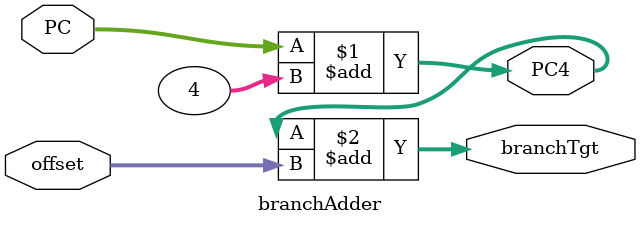
<source format=v>
module branchAdder(
    input wire [31:0] PC,
    input wire [31:0] offset,
    output wire [31:0] PC4,
    output wire [31:0] branchTgt
);

    assign PC4 = PC + 4;
    assign branchTgt = PC4 + offset;

endmodule
</source>
